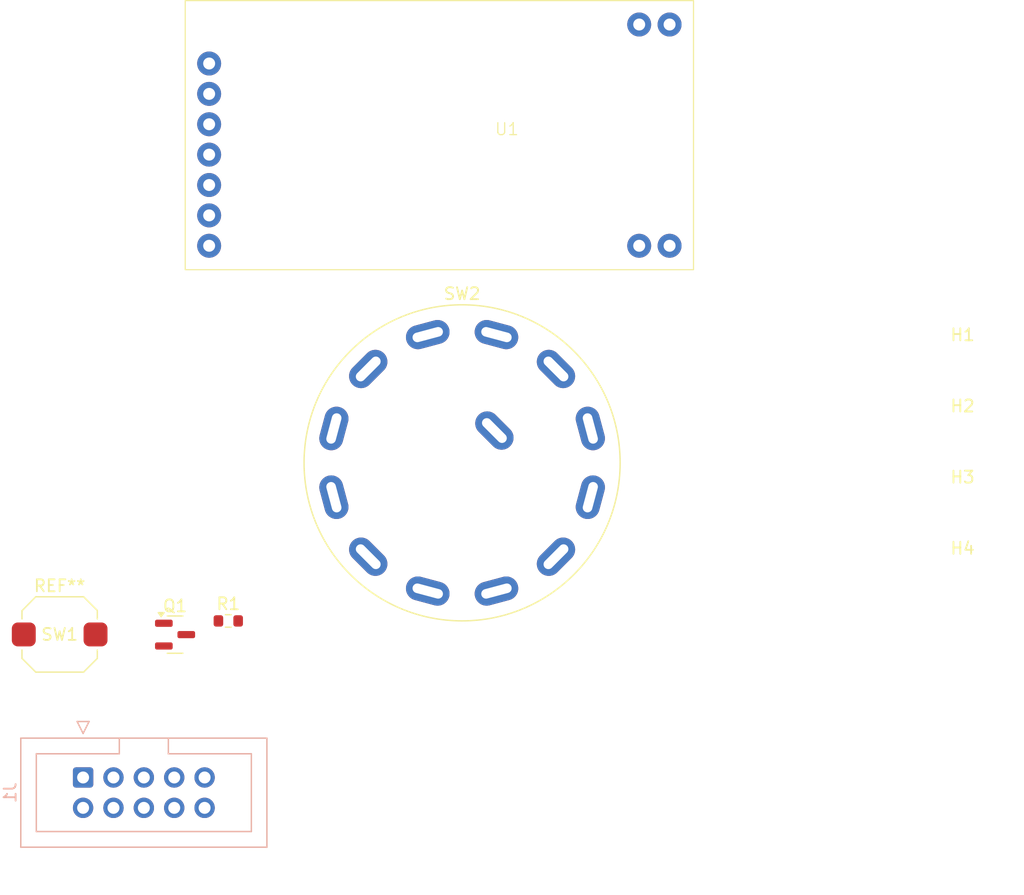
<source format=kicad_pcb>
(kicad_pcb (version 20240108) (generator "pcbnew") (generator_version "8.0")
  (layers (0 "F.Cu" signal) (31 "B.Cu" signal) (34 "B.Paste" user) (35 "F.Paste" user) (36 "B.SilkS" user "B.Silkscreen") (37 "F.SilkS" user "F.Silkscreen") (38 "B.Mask" user) (39 "F.Mask" user) (44 "Edge.Cuts" user))
  (net 0 "")
  (net 1 "+3V3")
  (net 2 "/Rudder Reset")
  (net 3 "/Trim Left")
  (net 4 "GND")
  (net 5 "/SPI_CS")
  (net 6 "/Trim Right")
  (net 7 "VBUS")
  (net 8 "/SPI_CLK")
  (net 9 "/SPI_DATA")
  (net 10 "/Display PWM")
  (net 11 "Net-(Q1-S)")
  (footprint "MountingHole:MountingHole_2.2mm_M2" (layer "F.Cu") (at 222 110.5)
    (property "Reference" "H4" (at 0 -3.2 0) (layer "F.SilkS"))
    (property "Value" "MountingHole")
    (pad "" np_thru_hole circle (at 0 0) (size 2.2 2.2) (drill 2.2) (layers "*.Cu" "*.Mask"))
  )
  (footprint "Package_TO_SOT_SMD:SOT-23" (layer "F.Cu") (at 156.15 114.515)
    (property "Reference" "Q1" (at 0 -2.4 0) (layer "F.SilkS"))
    (property "Value" "SI2302")
    (fp_line (start 0 -1.56) (end -0.65 -1.56) (stroke (width 0.12)) (layer "F.SilkS"))
    (fp_line (start 0 -1.56) (end 0.65 -1.56) (stroke (width 0.12)) (layer "F.SilkS"))
    (fp_line (start 0 1.56) (end -0.65 1.56) (stroke (width 0.12)) (layer "F.SilkS"))
    (fp_line (start 0 1.56) (end 0.65 1.56) (stroke (width 0.12)) (layer "F.SilkS"))
    (fp_poly (pts (xy -1.1625 -1.51) (xy -1.4025 -1.84) (xy -0.9225 -1.84) (xy -1.1625 -1.51)) (stroke (width 0.12)) (fill solid) (layer "F.SilkS"))
    (pad "1" smd roundrect (at -0.9375 -0.95) (size 1.475 0.6) (layers "F.Cu" "F.Paste" "F.Mask") (net 10 "/Display PWM"))
    (pad "2" smd roundrect (at -0.9375 0.95) (size 1.475 0.6) (layers "F.Cu" "F.Paste" "F.Mask") (net 11 "Net-(Q1-S)"))
    (pad "3" smd roundrect (at 0.9375 0) (size 1.475 0.6) (layers "F.Cu" "F.Paste" "F.Mask") (net 7 "VBUS"))
  )
  (footprint "NiasStuff:C&K_Rotary_Switches" (layer "F.Cu") (at 180.151115 100.151115)
    (property "Reference" "SW2" (at 0 -14.14 0) (layer "F.SilkS"))
    (property "Value" "SW_Rotary_1x12")
    (fp_circle (center 0 0) (end 0 13.215) (stroke (width 0.12)) (fill none) (layer "F.SilkS"))
    (pad "1" thru_hole oval (at 2.872891 -10.721776 255) (size 2 3.7) (drill oval 0.8 2.6) (layers "*.Cu" "*.Mask") (net 3 "/Trim Left"))
    (pad "2" thru_hole oval (at 7.848885 -7.848885 225) (size 2 3.7) (drill oval 0.8 2.6) (layers "*.Cu" "*.Mask"))
    (pad "3" thru_hole oval (at 10.721776 -2.872891 15) (size 2 3.7) (drill oval 0.8 2.6) (layers "*.Cu" "*.Mask"))
    (pad "4" thru_hole oval (at 10.721776 2.872891 345) (size 2 3.7) (drill oval 0.8 2.6) (layers "*.Cu" "*.Mask") (net 6 "/Trim Right"))
    (pad "5" thru_hole oval (at 7.848885 7.848885 315) (size 2 3.7) (drill oval 0.8 2.6) (layers "*.Cu" "*.Mask"))
    (pad "6" thru_hole oval (at 2.872891 10.721776 285) (size 2 3.7) (drill oval 0.8 2.6) (layers "*.Cu" "*.Mask"))
    (pad "7" thru_hole oval (at -2.872891 10.721776 255) (size 2 3.7) (drill oval 0.8 2.6) (layers "*.Cu" "*.Mask"))
    (pad "8" thru_hole oval (at -7.848885 7.848885 45) (size 2 3.7) (drill oval 0.8 2.6) (layers "*.Cu" "*.Mask"))
    (pad "9" thru_hole oval (at -10.721776 2.872891 15) (size 2 3.7) (drill oval 0.8 2.6) (layers "*.Cu" "*.Mask"))
    (pad "10" thru_hole oval (at -10.721776 -2.872891 345) (size 2 3.7) (drill oval 0.8 2.6) (layers "*.Cu" "*.Mask"))
    (pad "11" thru_hole oval (at -7.848885 -7.848885 315) (size 2 3.7) (drill oval 0.8 2.6) (layers "*.Cu" "*.Mask"))
    (pad "12" thru_hole oval (at -2.872891 -10.721776 285) (size 2 3.7) (drill oval 0.8 2.6) (layers "*.Cu" "*.Mask"))
    (pad "13" thru_hole oval (at 2.7 -2.7 45) (size 2 3.7) (drill oval 0.8 2.6) (layers "*.Cu" "*.Mask") (net 1 "+3V3"))
  )
  (footprint "MountingHole:MountingHole_2.2mm_M2" (layer "F.Cu") (at 222 98.6)
    (property "Reference" "H2" (at 0 -3.2 0) (layer "F.SilkS"))
    (property "Value" "MountingHole")
    (pad "" np_thru_hole circle (at 0 0) (size 2.2 2.2) (drill 2.2) (layers "*.Cu" "*.Mask"))
  )
  (footprint "Button_Switch_SMD:SW_Push_1TS009xxxx-xxxx-xxxx_6x6x5mm" (layer "F.Cu") (at 146.5 114.5)
    (property "Reference" "SW1" (at 0 0 0) (layer "F.SilkS"))
    (property "Value" "SW_Push")
    (fp_line (start -3.15 -1.981) (end -2 -3.15) (stroke (width 0.12)) (layer "F.SilkS"))
    (fp_line (start -3.15 -1.3) (end -3.15 -1.981) (stroke (width 0.12)) (layer "F.SilkS"))
    (fp_line (start -3.15 1.3) (end -3.15 2) (stroke (width 0.12)) (layer "F.SilkS"))
    (fp_line (start -3.15 2) (end -2 3.15) (stroke (width 0.12)) (layer "F.SilkS"))
    (fp_line (start -2 -3.15) (end 2 -3.15) (stroke (width 0.12)) (layer "F.SilkS"))
    (fp_line (start -2 3.15) (end 2 3.15) (stroke (width 0.12)) (layer "F.SilkS"))
    (fp_line (start 2 -3.15) (end 3.15 -2) (stroke (width 0.12)) (layer "F.SilkS"))
    (fp_line (start 2 3.15) (end 3.15 2) (stroke (width 0.12)) (layer "F.SilkS"))
    (fp_line (start 3.15 -2) (end 3.15 -1.3) (stroke (width 0.12)) (layer "F.SilkS"))
    (fp_line (start 3.15 2) (end 3.15 1.3) (stroke (width 0.12)) (layer "F.SilkS"))
    (fp_text user "REF**" (at 0 -4.064 0) (layer "F.SilkS"))
    (pad "1" smd roundrect (at -3 0) (size 2 2) (layers "F.Cu" "F.Paste" "F.Mask") (net 2 "/Rudder Reset"))
    (pad "2" smd roundrect (at 3 0) (size 2 2) (layers "F.Cu" "F.Paste" "F.Mask") (net 1 "+3V3"))
  )
  (footprint "Resistor_SMD:R_0603_1608Metric" (layer "F.Cu") (at 160.6 113.37)
    (property "Reference" "R1" (at 0 -1.43 0) (layer "F.SilkS"))
    (property "Value" "5k1")
    (fp_line (start -0.237258 -0.5225) (end 0.237258 -0.5225) (stroke (width 0.12)) (layer "F.SilkS"))
    (fp_line (start -0.237258 0.5225) (end 0.237258 0.5225) (stroke (width 0.12)) (layer "F.SilkS"))
    (pad "1" smd roundrect (at -0.825 0) (size 0.8 0.95) (layers "F.Cu" "F.Paste" "F.Mask") (net 4 "GND"))
    (pad "2" smd roundrect (at 0.825 0) (size 0.8 0.95) (layers "F.Cu" "F.Paste" "F.Mask") (net 10 "/Display PWM"))
  )
  (footprint "MountingHole:MountingHole_2.2mm_M2" (layer "F.Cu") (at 222 104.55)
    (property "Reference" "H3" (at 0 -3.2 0) (layer "F.SilkS"))
    (property "Value" "MountingHole")
    (pad "" np_thru_hole circle (at 0 0) (size 2.2 2.2) (drill 2.2) (layers "*.Cu" "*.Mask"))
  )
  (footprint "Kav_Simulations:Rudder_Trim" (layer "F.Cu") (at 157 84)
    (property "Reference" "U1" (at 26.9 -11.75 0) (layer "F.SilkS") (effects (font (thickness 0.1))))
    (property "Value" "Rudder_Trim")
    (fp_rect (start 0 0) (end 42.5 -22.5) (stroke (width 0.1)) (fill none) (layer "F.SilkS"))
    (pad "" thru_hole circle (at 37.96 -20.5) (size 2 2) (drill 1) (layers "*.Cu" "*.Mask"))
    (pad "" thru_hole circle (at 37.96 -2) (size 2 2) (drill 1) (layers "*.Cu" "*.Mask"))
    (pad "" thru_hole circle (at 40.5 -20.5) (size 2 2) (drill 1) (layers "*.Cu" "*.Mask"))
    (pad "" thru_hole circle (at 40.5 -2) (size 2 2) (drill 1) (layers "*.Cu" "*.Mask"))
    (pad "1" thru_hole circle (at 2 -2) (size 2 2) (drill 1) (layers "*.Cu" "*.Mask") (net 5 "/SPI_CS"))
    (pad "2" thru_hole circle (at 2 -4.54) (size 2 2) (drill 1) (layers "*.Cu" "*.Mask") (net 8 "/SPI_CLK"))
    (pad "3" thru_hole circle (at 2 -7.08) (size 2 2) (drill 1) (layers "*.Cu" "*.Mask") (net 9 "/SPI_DATA"))
    (pad "4" thru_hole circle (at 2 -9.62) (size 2 2) (drill 1) (layers "*.Cu" "*.Mask") (net 4 "GND"))
    (pad "5" thru_hole circle (at 2 -12.16) (size 2 2) (drill 1) (layers "*.Cu" "*.Mask") (net 7 "VBUS"))
    (pad "6" thru_hole circle (at 2 -14.7) (size 2 2) (drill 1) (layers "*.Cu" "*.Mask") (net 11 "Net-(Q1-S)"))
    (pad "7" thru_hole circle (at 2 -17.24) (size 2 2) (drill 1) (layers "*.Cu" "*.Mask") (net 4 "GND"))
  )
  (footprint "MountingHole:MountingHole_2.2mm_M2" (layer "F.Cu") (at 222 92.65)
    (property "Reference" "H1" (at 0 -3.2 0) (layer "F.SilkS"))
    (property "Value" "MountingHole")
    (pad "" np_thru_hole circle (at 0 0) (size 2.2 2.2) (drill 2.2) (layers "*.Cu" "*.Mask"))
  )
  (footprint "Connector_IDC:IDC-Header_2x05_P2.54mm_Vertical" (layer "B.Cu") (at 148.46 126.46 -90)
    (property "Reference" "J1" (at 1.27 6.1 90) (layer "B.SilkS") (effects (justify mirror)))
    (property "Value" "Conn_02x05_Odd_Even")
    (fp_line (start -3.29 5.21) (end -3.29 -15.37) (stroke (width 0.12)) (layer "B.SilkS"))
    (fp_line (start 5.83 5.21) (end -3.29 5.21) (stroke (width 0.12)) (layer "B.SilkS"))
    (fp_line (start -1.98 3.91) (end -1.98 -3.03) (stroke (width 0.12)) (layer "B.SilkS"))
    (fp_line (start 4.52 3.91) (end -1.98 3.91) (stroke (width 0.12)) (layer "B.SilkS"))
    (fp_line (start -4.68 0.5) (end -3.68 0) (stroke (width 0.12)) (layer "B.SilkS"))
    (fp_line (start -3.68 0) (end -4.68 -0.5) (stroke (width 0.12)) (layer "B.SilkS"))
    (fp_line (start -4.68 -0.5) (end -4.68 0.5) (stroke (width 0.12)) (layer "B.SilkS"))
    (fp_line (start -1.98 -3.03) (end -3.29 -3.03) (stroke (width 0.12)) (layer "B.SilkS"))
    (fp_line (start -3.29 -7.13) (end -1.98 -7.13) (stroke (width 0.12)) (layer "B.SilkS"))
    (fp_line (start -1.98 -7.13) (end -1.98 -7.13) (stroke (width 0.12)) (layer "B.SilkS"))
    (fp_line (start -1.98 -7.13) (end -1.98 -14.07) (stroke (width 0.12)) (layer "B.SilkS"))
    (fp_line (start -1.98 -14.07) (end 4.52 -14.07) (stroke (width 0.12)) (layer "B.SilkS"))
    (fp_line (start 4.52 -14.07) (end 4.52 3.91) (stroke (width 0.12)) (layer "B.SilkS"))
    (fp_line (start -3.29 -15.37) (end 5.83 -15.37) (stroke (width 0.12)) (layer "B.SilkS"))
    (fp_line (start 5.83 -15.37) (end 5.83 5.21) (stroke (width 0.12)) (layer "B.SilkS"))
    (pad "1" thru_hole roundrect (at 0 0 270) (size 1.7 1.7) (drill 1) (layers "*.Cu" "*.Mask") (roundrect_rratio 0.147059) (net 1 "+3V3"))
    (pad "2" thru_hole circle (at 2.54 0 270) (size 1.7 1.7) (drill 1) (layers "*.Cu" "*.Mask") (net 9 "/SPI_DATA"))
    (pad "3" thru_hole circle (at 0 -2.54 270) (size 1.7 1.7) (drill 1) (layers "*.Cu" "*.Mask") (net 3 "/Trim Left"))
    (pad "4" thru_hole circle (at 2.54 -2.54 270) (size 1.7 1.7) (drill 1) (layers "*.Cu" "*.Mask") (net 8 "/SPI_CLK"))
    (pad "5" thru_hole circle (at 0 -5.08 270) (size 1.7 1.7) (drill 1) (layers "*.Cu" "*.Mask") (net 6 "/Trim Right"))
    (pad "6" thru_hole circle (at 2.54 -5.08 270) (size 1.7 1.7) (drill 1) (layers "*.Cu" "*.Mask") (net 5 "/SPI_CS"))
    (pad "7" thru_hole circle (at 0 -7.62 270) (size 1.7 1.7) (drill 1) (layers "*.Cu" "*.Mask") (net 4 "GND"))
    (pad "8" thru_hole circle (at 2.54 -7.62 270) (size 1.7 1.7) (drill 1) (layers "*.Cu" "*.Mask") (net 2 "/Rudder Reset"))
    (pad "9" thru_hole circle (at 0 -10.16 270) (size 1.7 1.7) (drill 1) (layers "*.Cu" "*.Mask") (net 7 "VBUS"))
    (pad "10" thru_hole circle (at 2.54 -10.16 270) (size 1.7 1.7) (drill 1) (layers "*.Cu" "*.Mask") (net 10 "/Display PWM"))
  )
)
</source>
